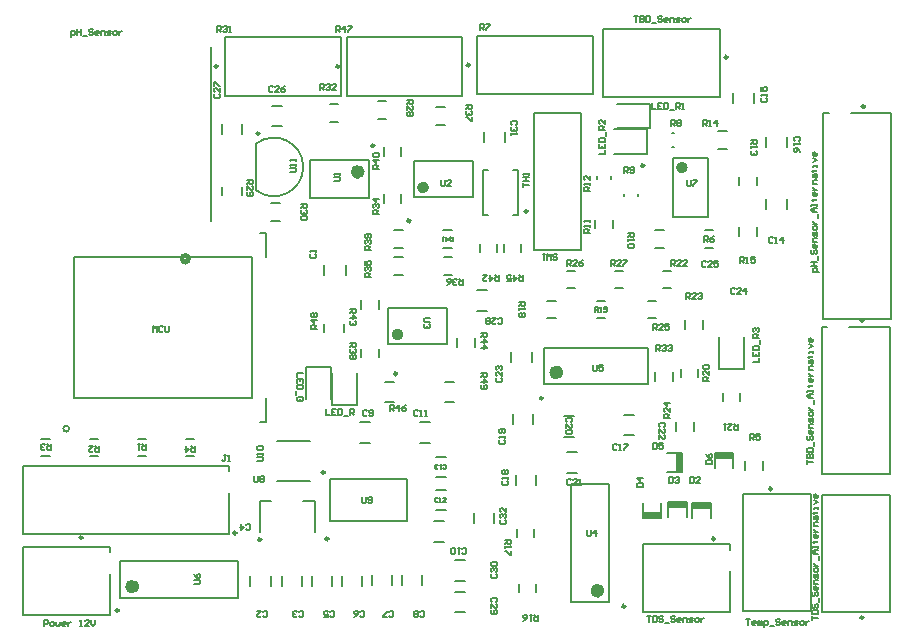
<source format=gto>
G04*
G04 #@! TF.GenerationSoftware,Altium Limited,Altium Designer,23.2.1 (34)*
G04*
G04 Layer_Color=65535*
%FSLAX44Y44*%
%MOMM*%
G71*
G04*
G04 #@! TF.SameCoordinates,68E4E8A6-7446-48DA-AA85-862DCAE7E0FD*
G04*
G04*
G04 #@! TF.FilePolarity,Positive*
G04*
G01*
G75*
%ADD10C,0.2500*%
%ADD11C,0.6000*%
%ADD12C,0.5000*%
%ADD13C,0.1270*%
%ADD14C,0.4000*%
%ADD15C,0.2000*%
%ADD16R,1.5870X0.5080*%
%ADD17R,0.5080X1.5870*%
D10*
X88250Y46140D02*
G03*
X88250Y46140I-1250J0D01*
G01*
X720070Y472930D02*
G03*
X720070Y472930I-1250J0D01*
G01*
X187940Y111760D02*
G03*
X187940Y111760I-1250J0D01*
G01*
X718800Y40130D02*
G03*
X718800Y40130I-1250J0D01*
G01*
Y291720D02*
G03*
X718800Y291720I-1250J0D01*
G01*
X335128Y376479D02*
G03*
X335260Y375920I-1118J-559D01*
G01*
X533190Y422910D02*
G03*
X533190Y422910I-1250J0D01*
G01*
X323830Y246520D02*
G03*
X323830Y246520I-1250J0D01*
G01*
X447410Y225885D02*
G03*
X447410Y225885I-1250J0D01*
G01*
X262751Y162970D02*
G03*
X262751Y162970I-1250J0D01*
G01*
X517180Y49670D02*
G03*
X517180Y49670I-1250J0D01*
G01*
X603740Y514520D02*
G03*
X603740Y514520I-1250J0D01*
G01*
X385440Y508000D02*
G03*
X385440Y508000I-1250J0D01*
G01*
X641330Y149100D02*
G03*
X641330Y149100I-1250J0D01*
G01*
X593070Y106680D02*
G03*
X593070Y106680I-1250J0D01*
G01*
X172080Y506780D02*
G03*
X172080Y506780I-1250J0D01*
G01*
X265970Y106750D02*
G03*
X265970Y106750I-1250J0D01*
G01*
X208890Y106230D02*
G03*
X208890Y106230I-1250J0D01*
G01*
X57750Y107790D02*
G03*
X57750Y107790I-1250J0D01*
G01*
X434490Y383940D02*
G03*
X434490Y383940I-1250J0D01*
G01*
X207460Y449940D02*
G03*
X207460Y449940I-1250J0D01*
G01*
X274950Y506780D02*
G03*
X274950Y506780I-1250J0D01*
G01*
X304640Y439730D02*
G03*
X304640Y439730I-1250J0D01*
G01*
D11*
X102700Y66390D02*
G03*
X102700Y66390I-3000J0D01*
G01*
X461760Y247635D02*
G03*
X461760Y247635I-3000J0D01*
G01*
X496680Y62870D02*
G03*
X496680Y62870I-3000J0D01*
G01*
X293590Y417480D02*
G03*
X293590Y417480I-3000J0D01*
G01*
D12*
X348470Y404230D02*
G03*
X348470Y404230I-2500J0D01*
G01*
X567690Y421110D02*
G03*
X567690Y421110I-2500J0D01*
G01*
X326880Y279770D02*
G03*
X326880Y279770I-2500J0D01*
G01*
D13*
X46315Y200014D02*
G03*
X46315Y200014I-2500J0D01*
G01*
X50870Y225750D02*
Y345750D01*
X200870D01*
Y225750D02*
Y345750D01*
X50870Y225750D02*
X200870D01*
X208270Y205750D02*
X213270D01*
Y225750D01*
X208270Y365750D02*
X213270D01*
Y345750D02*
Y365750D01*
X152401Y68158D02*
X156633D01*
X157479Y69005D01*
Y70697D01*
X156633Y71544D01*
X152401D01*
Y76622D02*
X153247Y74929D01*
X154940Y73236D01*
X156633D01*
X157479Y74083D01*
Y75776D01*
X156633Y76622D01*
X155786D01*
X154940Y75776D01*
Y73236D01*
X681565Y332757D02*
X676487D01*
Y335296D01*
X677334Y336142D01*
X679026D01*
X679873Y335296D01*
Y332757D01*
X674794Y337835D02*
X679873D01*
X677334D01*
Y341220D01*
X674794D01*
X679873D01*
X680719Y342913D02*
Y346299D01*
X675641Y351377D02*
X674794Y350531D01*
Y348838D01*
X675641Y347991D01*
X676487D01*
X677334Y348838D01*
Y350531D01*
X678180Y351377D01*
X679026D01*
X679873Y350531D01*
Y348838D01*
X679026Y347991D01*
X679873Y355609D02*
Y353916D01*
X679026Y353070D01*
X677334D01*
X676487Y353916D01*
Y355609D01*
X677334Y356455D01*
X678180D01*
Y353070D01*
X679873Y358148D02*
X676487D01*
Y360687D01*
X677334Y361534D01*
X679873D01*
Y363227D02*
Y365766D01*
X679026Y366612D01*
X678180Y365766D01*
Y364073D01*
X677334Y363227D01*
X676487Y364073D01*
Y366612D01*
X679873Y369151D02*
Y370844D01*
X679026Y371690D01*
X677334D01*
X676487Y370844D01*
Y369151D01*
X677334Y368305D01*
X679026D01*
X679873Y369151D01*
X676487Y373383D02*
X679873D01*
X678180D01*
X677334Y374230D01*
X676487Y375076D01*
Y375922D01*
X680719Y378462D02*
Y381847D01*
X679873Y383540D02*
X676487D01*
X674794Y385233D01*
X676487Y386926D01*
X679873D01*
X677334D01*
Y383540D01*
X679873Y388618D02*
Y390311D01*
Y389465D01*
X674794D01*
Y388618D01*
X675641Y393697D02*
X676487D01*
Y392850D01*
Y394543D01*
Y393697D01*
X679026D01*
X679873Y394543D01*
Y399621D02*
Y397929D01*
X679026Y397082D01*
X677334D01*
X676487Y397929D01*
Y399621D01*
X677334Y400468D01*
X678180D01*
Y397082D01*
X676487Y402161D02*
X679873D01*
X678180D01*
X677334Y403007D01*
X676487Y403853D01*
Y404700D01*
X679873Y407239D02*
X676487D01*
Y409778D01*
X677334Y410625D01*
X679873D01*
X676487Y413164D02*
Y414856D01*
X677334Y415703D01*
X679873D01*
Y413164D01*
X679026Y412317D01*
X678180Y413164D01*
Y415703D01*
X675641Y418242D02*
X676487D01*
Y417396D01*
Y419088D01*
Y418242D01*
X679026D01*
X679873Y419088D01*
Y421628D02*
Y423320D01*
Y422474D01*
X676487D01*
Y421628D01*
Y425860D02*
X679873Y427552D01*
X676487Y429245D01*
X679873Y433477D02*
Y431784D01*
X679026Y430938D01*
X677334D01*
X676487Y431784D01*
Y433477D01*
X677334Y434324D01*
X678180D01*
Y430938D01*
X179070Y177799D02*
X177377D01*
X178224D01*
Y173567D01*
X177377Y172721D01*
X176531D01*
X175684Y173567D01*
X180763Y172721D02*
X182456D01*
X181609D01*
Y177799D01*
X180763Y176953D01*
X675218Y38117D02*
Y41503D01*
Y39810D01*
X680296D01*
X675218Y43196D02*
X680296D01*
Y45735D01*
X679449Y46581D01*
X676064D01*
X675218Y45735D01*
Y43196D01*
X676064Y51660D02*
X675218Y50813D01*
Y49120D01*
X676064Y48274D01*
X676910D01*
X677757Y49120D01*
Y50813D01*
X678603Y51660D01*
X679449D01*
X680296Y50813D01*
Y49120D01*
X679449Y48274D01*
X681142Y53352D02*
Y56738D01*
X676064Y61816D02*
X675218Y60970D01*
Y59277D01*
X676064Y58431D01*
X676910D01*
X677757Y59277D01*
Y60970D01*
X678603Y61816D01*
X679449D01*
X680296Y60970D01*
Y59277D01*
X679449Y58431D01*
X680296Y66048D02*
Y64355D01*
X679449Y63509D01*
X677757D01*
X676910Y64355D01*
Y66048D01*
X677757Y66895D01*
X678603D01*
Y63509D01*
X680296Y68587D02*
X676910D01*
Y71127D01*
X677757Y71973D01*
X680296D01*
Y73666D02*
Y76205D01*
X679449Y77051D01*
X678603Y76205D01*
Y74512D01*
X677757Y73666D01*
X676910Y74512D01*
Y77051D01*
X680296Y79591D02*
Y81283D01*
X679449Y82130D01*
X677757D01*
X676910Y81283D01*
Y79591D01*
X677757Y78744D01*
X679449D01*
X680296Y79591D01*
X676910Y83822D02*
X680296D01*
X678603D01*
X677757Y84669D01*
X676910Y85515D01*
Y86362D01*
X681142Y88901D02*
Y92286D01*
X680296Y93979D02*
X676910D01*
X675218Y95672D01*
X676910Y97365D01*
X680296D01*
X677757D01*
Y93979D01*
X680296Y99058D02*
Y100750D01*
Y99904D01*
X675218D01*
Y99058D01*
X676064Y104136D02*
X676910D01*
Y103289D01*
Y104982D01*
Y104136D01*
X679449D01*
X680296Y104982D01*
Y110061D02*
Y108368D01*
X679449Y107521D01*
X677757D01*
X676910Y108368D01*
Y110061D01*
X677757Y110907D01*
X678603D01*
Y107521D01*
X676910Y112600D02*
X680296D01*
X678603D01*
X677757Y113446D01*
X676910Y114293D01*
Y115139D01*
X680296Y117678D02*
X676910D01*
Y120217D01*
X677757Y121064D01*
X680296D01*
X676910Y123603D02*
Y125296D01*
X677757Y126142D01*
X680296D01*
Y123603D01*
X679449Y122757D01*
X678603Y123603D01*
Y126142D01*
X676064Y128681D02*
X676910D01*
Y127835D01*
Y129528D01*
Y128681D01*
X679449D01*
X680296Y129528D01*
Y132067D02*
Y133760D01*
Y132913D01*
X676910D01*
Y132067D01*
Y136299D02*
X680296Y137992D01*
X676910Y139684D01*
X680296Y143916D02*
Y142224D01*
X679449Y141377D01*
X677757D01*
X676910Y142224D01*
Y143916D01*
X677757Y144763D01*
X678603D01*
Y141377D01*
X671408Y170197D02*
Y173583D01*
Y171890D01*
X676486D01*
X671408Y175276D02*
X676486D01*
Y177815D01*
X675639Y178661D01*
X674793D01*
X673947Y177815D01*
Y175276D01*
Y177815D01*
X673100Y178661D01*
X672254D01*
X671408Y177815D01*
Y175276D01*
Y180354D02*
X676486D01*
Y182893D01*
X675639Y183740D01*
X672254D01*
X671408Y182893D01*
Y180354D01*
X677332Y185432D02*
Y188818D01*
X672254Y193896D02*
X671408Y193050D01*
Y191357D01*
X672254Y190511D01*
X673100D01*
X673947Y191357D01*
Y193050D01*
X674793Y193896D01*
X675639D01*
X676486Y193050D01*
Y191357D01*
X675639Y190511D01*
X676486Y198128D02*
Y196435D01*
X675639Y195589D01*
X673947D01*
X673100Y196435D01*
Y198128D01*
X673947Y198975D01*
X674793D01*
Y195589D01*
X676486Y200667D02*
X673100D01*
Y203207D01*
X673947Y204053D01*
X676486D01*
Y205746D02*
Y208285D01*
X675639Y209131D01*
X674793Y208285D01*
Y206592D01*
X673947Y205746D01*
X673100Y206592D01*
Y209131D01*
X676486Y211670D02*
Y213363D01*
X675639Y214210D01*
X673947D01*
X673100Y213363D01*
Y211670D01*
X673947Y210824D01*
X675639D01*
X676486Y211670D01*
X673100Y215902D02*
X676486D01*
X674793D01*
X673947Y216749D01*
X673100Y217595D01*
Y218442D01*
X677332Y220981D02*
Y224366D01*
X676486Y226059D02*
X673100D01*
X671408Y227752D01*
X673100Y229445D01*
X676486D01*
X673947D01*
Y226059D01*
X676486Y231138D02*
Y232830D01*
Y231984D01*
X671408D01*
Y231138D01*
X672254Y236216D02*
X673100D01*
Y235369D01*
Y237062D01*
Y236216D01*
X675639D01*
X676486Y237062D01*
Y242141D02*
Y240448D01*
X675639Y239601D01*
X673947D01*
X673100Y240448D01*
Y242141D01*
X673947Y242987D01*
X674793D01*
Y239601D01*
X673100Y244680D02*
X676486D01*
X674793D01*
X673947Y245526D01*
X673100Y246373D01*
Y247219D01*
X676486Y249758D02*
X673100D01*
Y252297D01*
X673947Y253144D01*
X676486D01*
X673100Y255683D02*
Y257376D01*
X673947Y258222D01*
X676486D01*
Y255683D01*
X675639Y254837D01*
X674793Y255683D01*
Y258222D01*
X672254Y260761D02*
X673100D01*
Y259915D01*
Y261608D01*
Y260761D01*
X675639D01*
X676486Y261608D01*
Y264147D02*
Y265840D01*
Y264993D01*
X673100D01*
Y264147D01*
Y268379D02*
X676486Y270072D01*
X673100Y271764D01*
X676486Y275996D02*
Y274303D01*
X675639Y273457D01*
X673947D01*
X673100Y274303D01*
Y275996D01*
X673947Y276843D01*
X674793D01*
Y273457D01*
X494878Y432651D02*
X499956D01*
Y436037D01*
X494878Y441115D02*
Y437730D01*
X499956D01*
Y441115D01*
X497417Y437730D02*
Y439422D01*
X494878Y442808D02*
X499956D01*
Y445347D01*
X499110Y446194D01*
X495724D01*
X494878Y445347D01*
Y442808D01*
X500802Y447886D02*
Y451272D01*
X499956Y452965D02*
X494878D01*
Y455504D01*
X495724Y456350D01*
X497417D01*
X498263Y455504D01*
Y452965D01*
Y454658D02*
X499956Y456350D01*
Y461429D02*
Y458043D01*
X496570Y461429D01*
X495724D01*
X494878Y460582D01*
Y458890D01*
X495724Y458043D01*
X516468Y416561D02*
Y421639D01*
X519007D01*
X519854Y420793D01*
Y419100D01*
X519007Y418254D01*
X516468D01*
X518161D02*
X519854Y416561D01*
X521546Y417407D02*
X522393Y416561D01*
X524086D01*
X524932Y417407D01*
Y420793D01*
X524086Y421639D01*
X522393D01*
X521546Y420793D01*
Y419946D01*
X522393Y419100D01*
X524932D01*
X263741Y216322D02*
Y211244D01*
X267126D01*
X272204Y216322D02*
X268819D01*
Y211244D01*
X272204D01*
X268819Y213783D02*
X270512D01*
X273897Y216322D02*
Y211244D01*
X276436D01*
X277283Y212090D01*
Y215476D01*
X276436Y216322D01*
X273897D01*
X278976Y210398D02*
X282361D01*
X284054Y211244D02*
Y216322D01*
X286593D01*
X287439Y215476D01*
Y213783D01*
X286593Y212937D01*
X284054D01*
X285747D02*
X287439Y211244D01*
X233681Y417408D02*
X237913D01*
X238759Y418255D01*
Y419948D01*
X237913Y420794D01*
X233681D01*
X238759Y422487D02*
Y424180D01*
Y423333D01*
X233681D01*
X234527Y422487D01*
X238759Y426719D02*
Y428412D01*
Y427565D01*
X233681D01*
X234527Y426719D01*
X205741Y172722D02*
X209973D01*
X210819Y173568D01*
Y175261D01*
X209973Y176108D01*
X205741D01*
X210819Y177800D02*
Y179493D01*
Y178647D01*
X205741D01*
X206587Y177800D01*
Y182032D02*
X205741Y182879D01*
Y184572D01*
X206587Y185418D01*
X209973D01*
X210819Y184572D01*
Y182879D01*
X209973Y182032D01*
X206587D01*
X294218Y142239D02*
Y138007D01*
X295065Y137161D01*
X296757D01*
X297604Y138007D01*
Y142239D01*
X299296Y138007D02*
X300143Y137161D01*
X301836D01*
X302682Y138007D01*
Y141393D01*
X301836Y142239D01*
X300143D01*
X299296Y141393D01*
Y140546D01*
X300143Y139700D01*
X302682D01*
X202778Y160019D02*
Y155787D01*
X203624Y154941D01*
X205317D01*
X206164Y155787D01*
Y160019D01*
X207856Y159173D02*
X208703Y160019D01*
X210396D01*
X211242Y159173D01*
Y158326D01*
X210396Y157480D01*
X211242Y156634D01*
Y155787D01*
X210396Y154941D01*
X208703D01*
X207856Y155787D01*
Y156634D01*
X208703Y157480D01*
X207856Y158326D01*
Y159173D01*
X208703Y157480D02*
X210396D01*
X569808Y410209D02*
Y405977D01*
X570654Y405131D01*
X572347D01*
X573194Y405977D01*
Y410209D01*
X574886D02*
X578272D01*
Y409363D01*
X574886Y405977D01*
Y405131D01*
X489798Y254154D02*
Y249922D01*
X490644Y249076D01*
X492337D01*
X493184Y249922D01*
Y254154D01*
X498262D02*
X494876D01*
Y251615D01*
X496569Y252461D01*
X497416D01*
X498262Y251615D01*
Y249922D01*
X497416Y249076D01*
X495723D01*
X494876Y249922D01*
X484718Y114299D02*
Y110067D01*
X485564Y109221D01*
X487257D01*
X488104Y110067D01*
Y114299D01*
X492336Y109221D02*
Y114299D01*
X489796Y111760D01*
X493182D01*
X351789Y293792D02*
X347557D01*
X346711Y292945D01*
Y291253D01*
X347557Y290406D01*
X351789D01*
X350943Y288714D02*
X351789Y287867D01*
Y286174D01*
X350943Y285328D01*
X350096D01*
X349250Y286174D01*
Y287021D01*
Y286174D01*
X348404Y285328D01*
X347557D01*
X346711Y286174D01*
Y287867D01*
X347557Y288714D01*
X361528Y410209D02*
Y405977D01*
X362374Y405131D01*
X364067D01*
X364914Y405977D01*
Y410209D01*
X369992Y405131D02*
X366606D01*
X369992Y408516D01*
Y409363D01*
X369146Y410209D01*
X367453D01*
X366606Y409363D01*
X270511Y409364D02*
X274743D01*
X275589Y410211D01*
Y411904D01*
X274743Y412750D01*
X270511D01*
X275589Y414443D02*
Y416136D01*
Y415289D01*
X270511D01*
X271357Y414443D01*
X430531Y404285D02*
Y407671D01*
Y405978D01*
X435609D01*
X430531Y409364D02*
X435609D01*
X433070D01*
Y412749D01*
X430531D01*
X435609D01*
Y414442D02*
Y416135D01*
Y415288D01*
X430531D01*
X431377Y414442D01*
X455929Y343747D02*
X456776Y342901D01*
X458468D01*
X459315Y343747D01*
Y344594D01*
X458468Y345440D01*
X456776D01*
X455929Y346286D01*
Y347133D01*
X456776Y347979D01*
X458468D01*
X459315Y347133D01*
X454236Y342901D02*
Y347979D01*
X452544Y346286D01*
X450851Y347979D01*
Y342901D01*
X449158Y347979D02*
X447465D01*
X448312D01*
Y342901D01*
X449158Y343747D01*
X394971Y246801D02*
X400049D01*
Y244262D01*
X399203Y243416D01*
X397510D01*
X396664Y244262D01*
Y246801D01*
Y245108D02*
X394971Y243416D01*
Y239184D02*
X400049D01*
X397510Y241723D01*
Y238337D01*
X395817Y236644D02*
X394971Y235798D01*
Y234105D01*
X395817Y233259D01*
X399203D01*
X400049Y234105D01*
Y235798D01*
X399203Y236644D01*
X398356D01*
X397510Y235798D01*
Y233259D01*
X256539Y284059D02*
X251461D01*
Y286598D01*
X252307Y287444D01*
X254000D01*
X254846Y286598D01*
Y284059D01*
Y285752D02*
X256539Y287444D01*
Y291676D02*
X251461D01*
X254000Y289137D01*
Y292523D01*
X252307Y294216D02*
X251461Y295062D01*
Y296755D01*
X252307Y297601D01*
X253154D01*
X254000Y296755D01*
X254846Y297601D01*
X255693D01*
X256539Y296755D01*
Y295062D01*
X255693Y294216D01*
X254846D01*
X254000Y295062D01*
X253154Y294216D01*
X252307D01*
X254000Y295062D02*
Y296755D01*
X272629Y535941D02*
Y541019D01*
X275168D01*
X276014Y540173D01*
Y538480D01*
X275168Y537634D01*
X272629D01*
X274322D02*
X276014Y535941D01*
X280246D02*
Y541019D01*
X277707Y538480D01*
X281093D01*
X282786Y541019D02*
X286171D01*
Y540173D01*
X282786Y536787D01*
Y535941D01*
X318349Y214631D02*
Y219709D01*
X320888D01*
X321734Y218863D01*
Y217170D01*
X320888Y216324D01*
X318349D01*
X320042D02*
X321734Y214631D01*
X325966D02*
Y219709D01*
X323427Y217170D01*
X326813D01*
X331891Y219709D02*
X330198Y218863D01*
X328506Y217170D01*
Y215477D01*
X329352Y214631D01*
X331045D01*
X331891Y215477D01*
Y216324D01*
X331045Y217170D01*
X328506D01*
X430951Y330199D02*
Y325121D01*
X428412D01*
X427566Y325967D01*
Y327660D01*
X428412Y328506D01*
X430951D01*
X429258D02*
X427566Y330199D01*
X423334D02*
Y325121D01*
X425873Y327660D01*
X422487D01*
X417409Y325121D02*
X420794D01*
Y327660D01*
X419102Y326814D01*
X418255D01*
X417409Y327660D01*
Y329353D01*
X418255Y330199D01*
X419948D01*
X420794Y329353D01*
X394971Y281091D02*
X400049D01*
Y278552D01*
X399203Y277706D01*
X397510D01*
X396664Y278552D01*
Y281091D01*
Y279398D02*
X394971Y277706D01*
Y273474D02*
X400049D01*
X397510Y276013D01*
Y272627D01*
X394971Y268395D02*
X400049D01*
X397510Y270934D01*
Y267549D01*
X284481Y301411D02*
X289559D01*
Y298872D01*
X288713Y298026D01*
X287020D01*
X286174Y298872D01*
Y301411D01*
Y299718D02*
X284481Y298026D01*
Y293794D02*
X289559D01*
X287020Y296333D01*
Y292947D01*
X288713Y291254D02*
X289559Y290408D01*
Y288715D01*
X288713Y287869D01*
X287866D01*
X287020Y288715D01*
Y289562D01*
Y288715D01*
X286174Y287869D01*
X285327D01*
X284481Y288715D01*
Y290408D01*
X285327Y291254D01*
X410631Y330199D02*
Y325121D01*
X408092D01*
X407246Y325967D01*
Y327660D01*
X408092Y328506D01*
X410631D01*
X408938D02*
X407246Y330199D01*
X403014D02*
Y325121D01*
X405553Y327660D01*
X402167D01*
X397089Y330199D02*
X400474D01*
X397089Y326814D01*
Y325967D01*
X397935Y325121D01*
X399628D01*
X400474Y325967D01*
X371474Y362584D02*
Y358776D01*
X369569D01*
X368934Y359410D01*
Y360680D01*
X369569Y361315D01*
X371474D01*
X370204D02*
X368934Y362584D01*
X365760D02*
Y358776D01*
X367665Y360680D01*
X365126D01*
X363856Y362584D02*
X362586D01*
X363221D01*
Y358776D01*
X363856Y359410D01*
X308609Y419949D02*
X303531D01*
Y422488D01*
X304377Y423335D01*
X306070D01*
X306916Y422488D01*
Y419949D01*
Y421642D02*
X308609Y423335D01*
Y427566D02*
X303531D01*
X306070Y425027D01*
Y428413D01*
X304377Y430106D02*
X303531Y430952D01*
Y432645D01*
X304377Y433491D01*
X307763D01*
X308609Y432645D01*
Y430952D01*
X307763Y430106D01*
X304377D01*
X302259Y351369D02*
X297181D01*
Y353908D01*
X298027Y354754D01*
X299720D01*
X300566Y353908D01*
Y351369D01*
Y353062D02*
X302259Y354754D01*
X298027Y356447D02*
X297181Y357294D01*
Y358986D01*
X298027Y359833D01*
X298874D01*
X299720Y358986D01*
Y358140D01*
Y358986D01*
X300566Y359833D01*
X301413D01*
X302259Y358986D01*
Y357294D01*
X301413Y356447D01*
Y361526D02*
X302259Y362372D01*
Y364065D01*
X301413Y364911D01*
X298027D01*
X297181Y364065D01*
Y362372D01*
X298027Y361526D01*
X298874D01*
X299720Y362372D01*
Y364911D01*
X284481Y272201D02*
X289559D01*
Y269662D01*
X288713Y268815D01*
X287020D01*
X286174Y269662D01*
Y272201D01*
Y270508D02*
X284481Y268815D01*
X288713Y267123D02*
X289559Y266276D01*
Y264584D01*
X288713Y263737D01*
X287866D01*
X287020Y264584D01*
Y265430D01*
Y264584D01*
X286174Y263737D01*
X285327D01*
X284481Y264584D01*
Y266276D01*
X285327Y267123D01*
X288713Y262044D02*
X289559Y261198D01*
Y259505D01*
X288713Y258659D01*
X287866D01*
X287020Y259505D01*
X286174Y258659D01*
X285327D01*
X284481Y259505D01*
Y261198D01*
X285327Y262044D01*
X286174D01*
X287020Y261198D01*
X287866Y262044D01*
X288713D01*
X287020Y261198D02*
Y259505D01*
X382271Y474131D02*
X387349D01*
Y471592D01*
X386503Y470746D01*
X384810D01*
X383964Y471592D01*
Y474131D01*
Y472438D02*
X382271Y470746D01*
X386503Y469053D02*
X387349Y468206D01*
Y466514D01*
X386503Y465667D01*
X385656D01*
X384810Y466514D01*
Y467360D01*
Y466514D01*
X383964Y465667D01*
X383117D01*
X382271Y466514D01*
Y468206D01*
X383117Y469053D01*
X387349Y463974D02*
Y460589D01*
X386503D01*
X383117Y463974D01*
X382271D01*
X380151Y326389D02*
Y321311D01*
X377612D01*
X376766Y322157D01*
Y323850D01*
X377612Y324696D01*
X380151D01*
X378458D02*
X376766Y326389D01*
X375073Y322157D02*
X374226Y321311D01*
X372534D01*
X371687Y322157D01*
Y323004D01*
X372534Y323850D01*
X373380D01*
X372534D01*
X371687Y324696D01*
Y325543D01*
X372534Y326389D01*
X374226D01*
X375073Y325543D01*
X366609Y321311D02*
X368302Y322157D01*
X369994Y323850D01*
Y325543D01*
X369148Y326389D01*
X367455D01*
X366609Y325543D01*
Y324696D01*
X367455Y323850D01*
X369994D01*
X302259Y328509D02*
X297181D01*
Y331048D01*
X298027Y331894D01*
X299720D01*
X300566Y331048D01*
Y328509D01*
Y330202D02*
X302259Y331894D01*
X298027Y333587D02*
X297181Y334434D01*
Y336126D01*
X298027Y336973D01*
X298874D01*
X299720Y336126D01*
Y335280D01*
Y336126D01*
X300566Y336973D01*
X301413D01*
X302259Y336126D01*
Y334434D01*
X301413Y333587D01*
X297181Y342051D02*
Y338666D01*
X299720D01*
X298874Y340358D01*
Y341205D01*
X299720Y342051D01*
X301413D01*
X302259Y341205D01*
Y339512D01*
X301413Y338666D01*
X308609Y381849D02*
X303531D01*
Y384388D01*
X304377Y385234D01*
X306070D01*
X306916Y384388D01*
Y381849D01*
Y383542D02*
X308609Y385234D01*
X304377Y386927D02*
X303531Y387774D01*
Y389466D01*
X304377Y390313D01*
X305224D01*
X306070Y389466D01*
Y388620D01*
Y389466D01*
X306916Y390313D01*
X307763D01*
X308609Y389466D01*
Y387774D01*
X307763Y386927D01*
X308609Y394545D02*
X303531D01*
X306070Y392006D01*
Y395391D01*
X543139Y265731D02*
Y270809D01*
X545678D01*
X546524Y269963D01*
Y268270D01*
X545678Y267424D01*
X543139D01*
X544832D02*
X546524Y265731D01*
X548217Y269963D02*
X549064Y270809D01*
X550756D01*
X551603Y269963D01*
Y269116D01*
X550756Y268270D01*
X549910D01*
X550756D01*
X551603Y267424D01*
Y266577D01*
X550756Y265731D01*
X549064D01*
X548217Y266577D01*
X553296Y269963D02*
X554142Y270809D01*
X555835D01*
X556681Y269963D01*
Y269116D01*
X555835Y268270D01*
X554988D01*
X555835D01*
X556681Y267424D01*
Y266577D01*
X555835Y265731D01*
X554142D01*
X553296Y266577D01*
X258659Y486641D02*
Y491719D01*
X261198D01*
X262044Y490873D01*
Y489180D01*
X261198Y488334D01*
X258659D01*
X260352D02*
X262044Y486641D01*
X263737Y490873D02*
X264584Y491719D01*
X266276D01*
X267123Y490873D01*
Y490026D01*
X266276Y489180D01*
X265430D01*
X266276D01*
X267123Y488334D01*
Y487487D01*
X266276Y486641D01*
X264584D01*
X263737Y487487D01*
X272201Y486641D02*
X268816D01*
X272201Y490026D01*
Y490873D01*
X271355Y491719D01*
X269662D01*
X268816Y490873D01*
X171875Y535941D02*
Y541019D01*
X174415D01*
X175261Y540173D01*
Y538480D01*
X174415Y537634D01*
X171875D01*
X173568D02*
X175261Y535941D01*
X176954Y540173D02*
X177800Y541019D01*
X179493D01*
X180339Y540173D01*
Y539326D01*
X179493Y538480D01*
X178646D01*
X179493D01*
X180339Y537634D01*
Y536787D01*
X179493Y535941D01*
X177800D01*
X176954Y536787D01*
X182032Y535941D02*
X183725D01*
X182878D01*
Y541019D01*
X182032Y540173D01*
X242571Y390311D02*
X247649D01*
Y387772D01*
X246803Y386926D01*
X245110D01*
X244264Y387772D01*
Y390311D01*
Y388618D02*
X242571Y386926D01*
X246803Y385233D02*
X247649Y384386D01*
Y382694D01*
X246803Y381847D01*
X245956D01*
X245110Y382694D01*
Y383540D01*
Y382694D01*
X244264Y381847D01*
X243417D01*
X242571Y382694D01*
Y384386D01*
X243417Y385233D01*
X246803Y380154D02*
X247649Y379308D01*
Y377615D01*
X246803Y376769D01*
X243417D01*
X242571Y377615D01*
Y379308D01*
X243417Y380154D01*
X246803D01*
X196851Y410631D02*
X201929D01*
Y408092D01*
X201083Y407246D01*
X199390D01*
X198544Y408092D01*
Y410631D01*
Y408938D02*
X196851Y407246D01*
Y402167D02*
Y405553D01*
X200236Y402167D01*
X201083D01*
X201929Y403014D01*
Y404706D01*
X201083Y405553D01*
X197697Y400474D02*
X196851Y399628D01*
Y397935D01*
X197697Y397089D01*
X201083D01*
X201929Y397935D01*
Y399628D01*
X201083Y400474D01*
X200236D01*
X199390Y399628D01*
Y397089D01*
X332741Y477941D02*
X337819D01*
Y475402D01*
X336973Y474556D01*
X335280D01*
X334434Y475402D01*
Y477941D01*
Y476248D02*
X332741Y474556D01*
Y469477D02*
Y472863D01*
X336126Y469477D01*
X336973D01*
X337819Y470324D01*
Y472016D01*
X336973Y472863D01*
Y467784D02*
X337819Y466938D01*
Y465245D01*
X336973Y464399D01*
X336126D01*
X335280Y465245D01*
X334434Y464399D01*
X333587D01*
X332741Y465245D01*
Y466938D01*
X333587Y467784D01*
X334434D01*
X335280Y466938D01*
X336126Y467784D01*
X336973D01*
X335280Y466938D02*
Y465245D01*
X505039Y337821D02*
Y342899D01*
X507578D01*
X508424Y342053D01*
Y340360D01*
X507578Y339514D01*
X505039D01*
X506732D02*
X508424Y337821D01*
X513503D02*
X510117D01*
X513503Y341206D01*
Y342053D01*
X512656Y342899D01*
X510964D01*
X510117Y342053D01*
X515196Y342899D02*
X518581D01*
Y342053D01*
X515196Y338667D01*
Y337821D01*
X468209D02*
Y342899D01*
X470748D01*
X471594Y342053D01*
Y340360D01*
X470748Y339514D01*
X468209D01*
X469902D02*
X471594Y337821D01*
X476673D02*
X473287D01*
X476673Y341206D01*
Y342053D01*
X475826Y342899D01*
X474134D01*
X473287Y342053D01*
X481751Y342899D02*
X480058Y342053D01*
X478366Y340360D01*
Y338667D01*
X479212Y337821D01*
X480905D01*
X481751Y338667D01*
Y339514D01*
X480905Y340360D01*
X478366D01*
X540599Y283211D02*
Y288289D01*
X543138D01*
X543984Y287443D01*
Y285750D01*
X543138Y284904D01*
X540599D01*
X542292D02*
X543984Y283211D01*
X549063D02*
X545677D01*
X549063Y286596D01*
Y287443D01*
X548216Y288289D01*
X546524D01*
X545677Y287443D01*
X554141Y288289D02*
X550756D01*
Y285750D01*
X552448Y286596D01*
X553295D01*
X554141Y285750D01*
Y284057D01*
X553295Y283211D01*
X551602D01*
X550756Y284057D01*
X554989Y209129D02*
X549911D01*
Y211668D01*
X550757Y212514D01*
X552450D01*
X553296Y211668D01*
Y209129D01*
Y210822D02*
X554989Y212514D01*
Y217593D02*
Y214207D01*
X551604Y217593D01*
X550757D01*
X549911Y216746D01*
Y215054D01*
X550757Y214207D01*
X554989Y221825D02*
X549911D01*
X552450Y219286D01*
Y222671D01*
X568539Y309881D02*
Y314959D01*
X571078D01*
X571924Y314113D01*
Y312420D01*
X571078Y311574D01*
X568539D01*
X570232D02*
X571924Y309881D01*
X577003D02*
X573617D01*
X577003Y313266D01*
Y314113D01*
X576156Y314959D01*
X574464D01*
X573617Y314113D01*
X578696D02*
X579542Y314959D01*
X581235D01*
X582081Y314113D01*
Y313266D01*
X581235Y312420D01*
X580388D01*
X581235D01*
X582081Y311574D01*
Y310727D01*
X581235Y309881D01*
X579542D01*
X578696Y310727D01*
X555839Y337821D02*
Y342899D01*
X558378D01*
X559224Y342053D01*
Y340360D01*
X558378Y339514D01*
X555839D01*
X557532D02*
X559224Y337821D01*
X564303D02*
X560917D01*
X564303Y341206D01*
Y342053D01*
X563456Y342899D01*
X561764D01*
X560917Y342053D01*
X569381Y337821D02*
X565996D01*
X569381Y341206D01*
Y342053D01*
X568535Y342899D01*
X566842D01*
X565996Y342053D01*
X612985Y204169D02*
Y199091D01*
X610446D01*
X609599Y199937D01*
Y201630D01*
X610446Y202476D01*
X612985D01*
X611292D02*
X609599Y204169D01*
X604521D02*
X607906D01*
X604521Y200784D01*
Y199937D01*
X605367Y199091D01*
X607060D01*
X607906Y199937D01*
X602828Y204169D02*
X601135D01*
X601982D01*
Y199091D01*
X602828Y199937D01*
X588009Y240579D02*
X582931D01*
Y243118D01*
X583777Y243965D01*
X585470D01*
X586316Y243118D01*
Y240579D01*
Y242272D02*
X588009Y243965D01*
Y249043D02*
Y245657D01*
X584624Y249043D01*
X583777D01*
X582931Y248196D01*
Y246504D01*
X583777Y245657D01*
Y250736D02*
X582931Y251582D01*
Y253275D01*
X583777Y254121D01*
X587163D01*
X588009Y253275D01*
Y251582D01*
X587163Y250736D01*
X583777D01*
X491809Y299086D02*
Y302894D01*
X493713D01*
X494348Y302260D01*
Y300990D01*
X493713Y300355D01*
X491809D01*
X493079D02*
X494348Y299086D01*
X495618D02*
X496887D01*
X496253D01*
Y302894D01*
X495618Y302260D01*
X498792Y299720D02*
X499427Y299086D01*
X500696D01*
X501331Y299720D01*
Y302260D01*
X500696Y302894D01*
X499427D01*
X498792Y302260D01*
Y301625D01*
X499427Y300990D01*
X501331D01*
X427021Y307338D02*
X432099D01*
Y304799D01*
X431253Y303952D01*
X429560D01*
X428714Y304799D01*
Y307338D01*
Y305645D02*
X427021Y303952D01*
Y302260D02*
Y300567D01*
Y301413D01*
X432099D01*
X431253Y302260D01*
Y298028D02*
X432099Y297181D01*
Y295488D01*
X431253Y294642D01*
X430406D01*
X429560Y295488D01*
X428714Y294642D01*
X427867D01*
X427021Y295488D01*
Y297181D01*
X427867Y298028D01*
X428714D01*
X429560Y297181D01*
X430406Y298028D01*
X431253D01*
X429560Y297181D02*
Y295488D01*
X415061Y105408D02*
X420139D01*
Y102869D01*
X419293Y102022D01*
X417600D01*
X416754Y102869D01*
Y105408D01*
Y103715D02*
X415061Y102022D01*
Y100330D02*
Y98637D01*
Y99483D01*
X420139D01*
X419293Y100330D01*
X420139Y96098D02*
Y92712D01*
X419293D01*
X415907Y96098D01*
X415061D01*
X443228Y42209D02*
Y37131D01*
X440689D01*
X439842Y37977D01*
Y39670D01*
X440689Y40516D01*
X443228D01*
X441535D02*
X439842Y42209D01*
X438149D02*
X436457D01*
X437303D01*
Y37131D01*
X438149Y37977D01*
X430532Y37131D02*
X432225Y37977D01*
X433918Y39670D01*
Y41363D01*
X433071Y42209D01*
X431378D01*
X430532Y41363D01*
Y40516D01*
X431378Y39670D01*
X433918D01*
X614682Y340361D02*
Y345439D01*
X617221D01*
X618068Y344593D01*
Y342900D01*
X617221Y342054D01*
X614682D01*
X616375D02*
X618068Y340361D01*
X619760D02*
X621453D01*
X620607D01*
Y345439D01*
X619760Y344593D01*
X627378Y345439D02*
X623992D01*
Y342900D01*
X625685Y343746D01*
X626532D01*
X627378Y342900D01*
Y341207D01*
X626532Y340361D01*
X624839D01*
X623992Y341207D01*
X582932Y455931D02*
Y461009D01*
X585471D01*
X586318Y460163D01*
Y458470D01*
X585471Y457624D01*
X582932D01*
X584625D02*
X586318Y455931D01*
X588010D02*
X589703D01*
X588857D01*
Y461009D01*
X588010Y460163D01*
X594782Y455931D02*
Y461009D01*
X592242Y458470D01*
X595628D01*
X623571Y444498D02*
X628649D01*
Y441959D01*
X627803Y441112D01*
X626110D01*
X625264Y441959D01*
Y444498D01*
Y442805D02*
X623571Y441112D01*
Y439420D02*
Y437727D01*
Y438573D01*
X628649D01*
X627803Y439420D01*
Y435188D02*
X628649Y434341D01*
Y432648D01*
X627803Y431802D01*
X626956D01*
X626110Y432648D01*
Y433495D01*
Y432648D01*
X625264Y431802D01*
X624417D01*
X623571Y432648D01*
Y434341D01*
X624417Y435188D01*
X487679Y401322D02*
X482601D01*
Y403861D01*
X483447Y404708D01*
X485140D01*
X485986Y403861D01*
Y401322D01*
Y403015D02*
X487679Y404708D01*
Y406400D02*
Y408093D01*
Y407247D01*
X482601D01*
X483447Y406400D01*
X487679Y414018D02*
Y410632D01*
X484294Y414018D01*
X483447D01*
X482601Y413172D01*
Y411479D01*
X483447Y410632D01*
X487679Y365339D02*
X482601D01*
Y367878D01*
X483447Y368724D01*
X485140D01*
X485986Y367878D01*
Y365339D01*
Y367031D02*
X487679Y368724D01*
Y370417D02*
Y372110D01*
Y371263D01*
X482601D01*
X483447Y370417D01*
X487679Y374649D02*
Y376342D01*
Y375495D01*
X482601D01*
X483447Y374649D01*
X519431Y365758D02*
X524509D01*
Y363219D01*
X523663Y362372D01*
X521970D01*
X521124Y363219D01*
Y365758D01*
Y364065D02*
X519431Y362372D01*
Y360680D02*
Y358987D01*
Y359833D01*
X524509D01*
X523663Y360680D01*
Y356448D02*
X524509Y355601D01*
Y353908D01*
X523663Y353062D01*
X520277D01*
X519431Y353908D01*
Y355601D01*
X520277Y356448D01*
X523663D01*
X555838Y455931D02*
Y461009D01*
X558377D01*
X559224Y460163D01*
Y458470D01*
X558377Y457624D01*
X555838D01*
X557531D02*
X559224Y455931D01*
X560916Y460163D02*
X561763Y461009D01*
X563456D01*
X564302Y460163D01*
Y459316D01*
X563456Y458470D01*
X564302Y457624D01*
Y456777D01*
X563456Y455931D01*
X561763D01*
X560916Y456777D01*
Y457624D01*
X561763Y458470D01*
X560916Y459316D01*
Y460163D01*
X561763Y458470D02*
X563456D01*
X394548Y537211D02*
Y542289D01*
X397087D01*
X397934Y541443D01*
Y539750D01*
X397087Y538904D01*
X394548D01*
X396241D02*
X397934Y537211D01*
X399626Y542289D02*
X403012D01*
Y541443D01*
X399626Y538057D01*
Y537211D01*
X583778Y358141D02*
Y363219D01*
X586317D01*
X587164Y362373D01*
Y360680D01*
X586317Y359834D01*
X583778D01*
X585471D02*
X587164Y358141D01*
X592242Y363219D02*
X590549Y362373D01*
X588856Y360680D01*
Y358987D01*
X589703Y358141D01*
X591396D01*
X592242Y358987D01*
Y359834D01*
X591396Y360680D01*
X588856D01*
X623148Y190501D02*
Y195579D01*
X625687D01*
X626534Y194733D01*
Y193040D01*
X625687Y192194D01*
X623148D01*
X624841D02*
X626534Y190501D01*
X631612Y195579D02*
X628226D01*
Y193040D01*
X629919Y193886D01*
X630766D01*
X631612Y193040D01*
Y191347D01*
X630766Y190501D01*
X629073D01*
X628226Y191347D01*
X152822Y185419D02*
Y180341D01*
X150283D01*
X149436Y181187D01*
Y182880D01*
X150283Y183726D01*
X152822D01*
X151129D02*
X149436Y185419D01*
X145204D02*
Y180341D01*
X147744Y182880D01*
X144358D01*
X30902Y186689D02*
Y181611D01*
X28363D01*
X27516Y182457D01*
Y184150D01*
X28363Y184996D01*
X30902D01*
X29209D02*
X27516Y186689D01*
X25824Y182457D02*
X24977Y181611D01*
X23284D01*
X22438Y182457D01*
Y183304D01*
X23284Y184150D01*
X24131D01*
X23284D01*
X22438Y184996D01*
Y185843D01*
X23284Y186689D01*
X24977D01*
X25824Y185843D01*
X71542Y185419D02*
Y180341D01*
X69003D01*
X68156Y181187D01*
Y182880D01*
X69003Y183726D01*
X71542D01*
X69849D02*
X68156Y185419D01*
X63078D02*
X66464D01*
X63078Y182034D01*
Y181187D01*
X63924Y180341D01*
X65617D01*
X66464Y181187D01*
X111336Y186689D02*
Y181611D01*
X108796D01*
X107950Y182457D01*
Y184150D01*
X108796Y184996D01*
X111336D01*
X109643D02*
X107950Y186689D01*
X106257D02*
X104564D01*
X105411D01*
Y181611D01*
X106257Y182457D01*
X117689Y281941D02*
Y287019D01*
X119382Y285326D01*
X121074Y287019D01*
Y281941D01*
X126153Y286173D02*
X125306Y287019D01*
X123614D01*
X122767Y286173D01*
Y282787D01*
X123614Y281941D01*
X125306D01*
X126153Y282787D01*
X127846Y287019D02*
Y282787D01*
X128692Y281941D01*
X130385D01*
X131231Y282787D01*
Y287019D01*
X625688Y256121D02*
X630766D01*
Y259507D01*
X625688Y264585D02*
Y261200D01*
X630766D01*
Y264585D01*
X628227Y261200D02*
Y262892D01*
X625688Y266278D02*
X630766D01*
Y268817D01*
X629920Y269664D01*
X626534D01*
X625688Y268817D01*
Y266278D01*
X631612Y271356D02*
Y274742D01*
X630766Y276435D02*
X625688D01*
Y278974D01*
X626534Y279820D01*
X628227D01*
X629073Y278974D01*
Y276435D01*
Y278127D02*
X630766Y279820D01*
X626534Y281513D02*
X625688Y282360D01*
Y284052D01*
X626534Y284899D01*
X627380D01*
X628227Y284052D01*
Y283206D01*
Y284052D01*
X629073Y284899D01*
X629920D01*
X630766Y284052D01*
Y282360D01*
X629920Y281513D01*
X540178Y475402D02*
Y470324D01*
X543563D01*
X548642Y475402D02*
X545256D01*
Y470324D01*
X548642D01*
X545256Y472863D02*
X546949D01*
X550334Y475402D02*
Y470324D01*
X552874D01*
X553720Y471170D01*
Y474556D01*
X552874Y475402D01*
X550334D01*
X555413Y469478D02*
X558798D01*
X560491Y470324D02*
Y475402D01*
X563030D01*
X563877Y474556D01*
Y472863D01*
X563030Y472017D01*
X560491D01*
X562184D02*
X563877Y470324D01*
X565569D02*
X567262D01*
X566416D01*
Y475402D01*
X565569Y474556D01*
X244262Y246800D02*
X239184D01*
Y243414D01*
X244262Y238336D02*
Y241721D01*
X239184D01*
Y238336D01*
X241723Y241721D02*
Y240028D01*
X244262Y236643D02*
X239184D01*
Y234104D01*
X240030Y233257D01*
X243416D01*
X244262Y234104D01*
Y236643D01*
X238338Y231564D02*
Y228179D01*
X243416Y223100D02*
X244262Y223947D01*
Y225640D01*
X243416Y226486D01*
X240030D01*
X239184Y225640D01*
Y223947D01*
X240030Y223100D01*
X241723D01*
Y224793D01*
X535948Y41062D02*
X539333D01*
X537641D01*
Y35984D01*
X541026Y41062D02*
Y35984D01*
X543565D01*
X544412Y36830D01*
Y40216D01*
X543565Y41062D01*
X541026D01*
X549490Y40216D02*
X548644Y41062D01*
X546951D01*
X546105Y40216D01*
Y39370D01*
X546951Y38523D01*
X548644D01*
X549490Y37677D01*
Y36830D01*
X548644Y35984D01*
X546951D01*
X546105Y36830D01*
X551183Y35138D02*
X554568D01*
X559647Y40216D02*
X558800Y41062D01*
X557108D01*
X556261Y40216D01*
Y39370D01*
X557108Y38523D01*
X558800D01*
X559647Y37677D01*
Y36830D01*
X558800Y35984D01*
X557108D01*
X556261Y36830D01*
X563879Y35984D02*
X562186D01*
X561340Y36830D01*
Y38523D01*
X562186Y39370D01*
X563879D01*
X564725Y38523D01*
Y37677D01*
X561340D01*
X566418Y35984D02*
Y39370D01*
X568957D01*
X569804Y38523D01*
Y35984D01*
X571496D02*
X574035D01*
X574882Y36830D01*
X574035Y37677D01*
X572343D01*
X571496Y38523D01*
X572343Y39370D01*
X574882D01*
X577421Y35984D02*
X579114D01*
X579960Y36830D01*
Y38523D01*
X579114Y39370D01*
X577421D01*
X576575Y38523D01*
Y36830D01*
X577421Y35984D01*
X581653Y39370D02*
Y35984D01*
Y37677D01*
X582499Y38523D01*
X583346Y39370D01*
X584192D01*
X524518Y549232D02*
X527903D01*
X526211D01*
Y544154D01*
X529596Y549232D02*
Y544154D01*
X532135D01*
X532982Y545000D01*
Y545847D01*
X532135Y546693D01*
X529596D01*
X532135D01*
X532982Y547540D01*
Y548386D01*
X532135Y549232D01*
X529596D01*
X534674D02*
Y544154D01*
X537214D01*
X538060Y545000D01*
Y548386D01*
X537214Y549232D01*
X534674D01*
X539753Y543308D02*
X543139D01*
X548217Y548386D02*
X547370Y549232D01*
X545678D01*
X544831Y548386D01*
Y547540D01*
X545678Y546693D01*
X547370D01*
X548217Y545847D01*
Y545000D01*
X547370Y544154D01*
X545678D01*
X544831Y545000D01*
X552449Y544154D02*
X550756D01*
X549910Y545000D01*
Y546693D01*
X550756Y547540D01*
X552449D01*
X553295Y546693D01*
Y545847D01*
X549910D01*
X554988Y544154D02*
Y547540D01*
X557527D01*
X558373Y546693D01*
Y544154D01*
X560066D02*
X562606D01*
X563452Y545000D01*
X562606Y545847D01*
X560913D01*
X560066Y546693D01*
X560913Y547540D01*
X563452D01*
X565991Y544154D02*
X567684D01*
X568530Y545000D01*
Y546693D01*
X567684Y547540D01*
X565991D01*
X565145Y546693D01*
Y545000D01*
X565991Y544154D01*
X570223Y547540D02*
Y544154D01*
Y545847D01*
X571069Y546693D01*
X571916Y547540D01*
X572762D01*
X619769Y38946D02*
X623154D01*
X621461D01*
Y33867D01*
X627386D02*
X625693D01*
X624847Y34714D01*
Y36406D01*
X625693Y37253D01*
X627386D01*
X628233Y36406D01*
Y35560D01*
X624847D01*
X629925Y33867D02*
Y37253D01*
X630772D01*
X631618Y36406D01*
Y33867D01*
Y36406D01*
X632464Y37253D01*
X633311Y36406D01*
Y33867D01*
X635004Y32174D02*
Y37253D01*
X637543D01*
X638389Y36406D01*
Y34714D01*
X637543Y33867D01*
X635004D01*
X640082Y33021D02*
X643468D01*
X648546Y38099D02*
X647700Y38946D01*
X646007D01*
X645160Y38099D01*
Y37253D01*
X646007Y36406D01*
X647700D01*
X648546Y35560D01*
Y34714D01*
X647700Y33867D01*
X646007D01*
X645160Y34714D01*
X652778Y33867D02*
X651085D01*
X650239Y34714D01*
Y36406D01*
X651085Y37253D01*
X652778D01*
X653624Y36406D01*
Y35560D01*
X650239D01*
X655317Y33867D02*
Y37253D01*
X657856D01*
X658703Y36406D01*
Y33867D01*
X660396D02*
X662935D01*
X663781Y34714D01*
X662935Y35560D01*
X661242D01*
X660396Y36406D01*
X661242Y37253D01*
X663781D01*
X666320Y33867D02*
X668013D01*
X668859Y34714D01*
Y36406D01*
X668013Y37253D01*
X666320D01*
X665474Y36406D01*
Y34714D01*
X666320Y33867D01*
X670552Y37253D02*
Y33867D01*
Y35560D01*
X671399Y36406D01*
X672245Y37253D01*
X673091D01*
X25407Y33021D02*
Y38099D01*
X27946D01*
X28793Y37253D01*
Y35560D01*
X27946Y34714D01*
X25407D01*
X31332Y33021D02*
X33024D01*
X33871Y33867D01*
Y35560D01*
X33024Y36406D01*
X31332D01*
X30485Y35560D01*
Y33867D01*
X31332Y33021D01*
X35564Y36406D02*
Y33867D01*
X36410Y33021D01*
X37257Y33867D01*
X38103Y33021D01*
X38949Y33867D01*
Y36406D01*
X43181Y33021D02*
X41488D01*
X40642Y33867D01*
Y35560D01*
X41488Y36406D01*
X43181D01*
X44028Y35560D01*
Y34714D01*
X40642D01*
X45720Y36406D02*
Y33021D01*
Y34714D01*
X46567Y35560D01*
X47413Y36406D01*
X48260D01*
X55877Y33021D02*
X57570D01*
X56723D01*
Y38099D01*
X55877Y37253D01*
X63495Y33021D02*
X60109D01*
X63495Y36406D01*
Y37253D01*
X62648Y38099D01*
X60956D01*
X60109Y37253D01*
X65187Y38099D02*
Y34714D01*
X66880Y33021D01*
X68573Y34714D01*
Y38099D01*
X48267Y531284D02*
Y536363D01*
X50806D01*
X51653Y535516D01*
Y533824D01*
X50806Y532977D01*
X48267D01*
X53345Y538056D02*
Y532977D01*
Y535516D01*
X56731D01*
Y538056D01*
Y532977D01*
X58424Y532131D02*
X61809D01*
X66888Y537209D02*
X66041Y538056D01*
X64349D01*
X63502Y537209D01*
Y536363D01*
X64349Y535516D01*
X66041D01*
X66888Y534670D01*
Y533824D01*
X66041Y532977D01*
X64349D01*
X63502Y533824D01*
X71120Y532977D02*
X69427D01*
X68580Y533824D01*
Y535516D01*
X69427Y536363D01*
X71120D01*
X71966Y535516D01*
Y534670D01*
X68580D01*
X73659Y532977D02*
Y536363D01*
X76198D01*
X77044Y535516D01*
Y532977D01*
X78737D02*
X81276D01*
X82123Y533824D01*
X81276Y534670D01*
X79584D01*
X78737Y535516D01*
X79584Y536363D01*
X82123D01*
X84662Y532977D02*
X86355D01*
X87201Y533824D01*
Y535516D01*
X86355Y536363D01*
X84662D01*
X83815Y535516D01*
Y533824D01*
X84662Y532977D01*
X88894Y536363D02*
Y532977D01*
Y534670D01*
X89740Y535516D01*
X90587Y536363D01*
X91433D01*
X585721Y169758D02*
X590799D01*
Y172297D01*
X589953Y173144D01*
X586567D01*
X585721Y172297D01*
Y169758D01*
Y178222D02*
X586567Y176529D01*
X588260Y174836D01*
X589953D01*
X590799Y175683D01*
Y177376D01*
X589953Y178222D01*
X589106D01*
X588260Y177376D01*
Y174836D01*
X540598Y187959D02*
Y182881D01*
X543137D01*
X543984Y183727D01*
Y187113D01*
X543137Y187959D01*
X540598D01*
X549062D02*
X545676D01*
Y185420D01*
X547369Y186266D01*
X548216D01*
X549062Y185420D01*
Y183727D01*
X548216Y182881D01*
X546523D01*
X545676Y183727D01*
X527051Y150708D02*
X532129D01*
Y153247D01*
X531283Y154094D01*
X527897D01*
X527051Y153247D01*
Y150708D01*
X532129Y158326D02*
X527051D01*
X529590Y155786D01*
Y159172D01*
X554568Y158749D02*
Y153671D01*
X557107D01*
X557954Y154517D01*
Y157903D01*
X557107Y158749D01*
X554568D01*
X559646Y157903D02*
X560493Y158749D01*
X562186D01*
X563032Y157903D01*
Y157056D01*
X562186Y156210D01*
X561339D01*
X562186D01*
X563032Y155364D01*
Y154517D01*
X562186Y153671D01*
X560493D01*
X559646Y154517D01*
X572348Y158749D02*
Y153671D01*
X574887D01*
X575734Y154517D01*
Y157903D01*
X574887Y158749D01*
X572348D01*
X580812Y153671D02*
X577426D01*
X580812Y157056D01*
Y157903D01*
X579966Y158749D01*
X578273D01*
X577426Y157903D01*
X412327Y122344D02*
X411481Y121498D01*
Y119805D01*
X412327Y118959D01*
X415713D01*
X416559Y119805D01*
Y121498D01*
X415713Y122344D01*
X412327Y124037D02*
X411481Y124884D01*
Y126576D01*
X412327Y127423D01*
X413174D01*
X414020Y126576D01*
Y125730D01*
Y126576D01*
X414866Y127423D01*
X415713D01*
X416559Y126576D01*
Y124884D01*
X415713Y124037D01*
X416559Y132501D02*
Y129116D01*
X413174Y132501D01*
X412327D01*
X411481Y131655D01*
Y129962D01*
X412327Y129116D01*
X424603Y457199D02*
X425449Y458046D01*
Y459738D01*
X424603Y460585D01*
X421217D01*
X420371Y459738D01*
Y458046D01*
X421217Y457199D01*
X424603Y455506D02*
X425449Y454660D01*
Y452967D01*
X424603Y452121D01*
X423756D01*
X422910Y452967D01*
Y453814D01*
Y452967D01*
X422064Y452121D01*
X421217D01*
X420371Y452967D01*
Y454660D01*
X421217Y455506D01*
X420371Y450428D02*
Y448735D01*
Y449582D01*
X425449D01*
X424603Y450428D01*
X404707Y76624D02*
X403861Y75778D01*
Y74085D01*
X404707Y73239D01*
X408093D01*
X408939Y74085D01*
Y75778D01*
X408093Y76624D01*
X404707Y78317D02*
X403861Y79164D01*
Y80856D01*
X404707Y81703D01*
X405554D01*
X406400Y80856D01*
Y80010D01*
Y80856D01*
X407246Y81703D01*
X408093D01*
X408939Y80856D01*
Y79164D01*
X408093Y78317D01*
X404707Y83396D02*
X403861Y84242D01*
Y85935D01*
X404707Y86781D01*
X408093D01*
X408939Y85935D01*
Y84242D01*
X408093Y83396D01*
X404707D01*
X408093Y52916D02*
X408939Y53762D01*
Y55455D01*
X408093Y56301D01*
X404707D01*
X403861Y55455D01*
Y53762D01*
X404707Y52916D01*
X403861Y47837D02*
Y51223D01*
X407246Y47837D01*
X408093D01*
X408939Y48684D01*
Y50376D01*
X408093Y51223D01*
X404707Y46144D02*
X403861Y45298D01*
Y43605D01*
X404707Y42759D01*
X408093D01*
X408939Y43605D01*
Y45298D01*
X408093Y46144D01*
X407246D01*
X406400Y45298D01*
Y42759D01*
X409786Y289137D02*
X410632Y288291D01*
X412325D01*
X413171Y289137D01*
Y292523D01*
X412325Y293369D01*
X410632D01*
X409786Y292523D01*
X404707Y293369D02*
X408093D01*
X404707Y289984D01*
Y289137D01*
X405554Y288291D01*
X407246D01*
X408093Y289137D01*
X403014D02*
X402168Y288291D01*
X400475D01*
X399629Y289137D01*
Y289984D01*
X400475Y290830D01*
X399629Y291676D01*
Y292523D01*
X400475Y293369D01*
X402168D01*
X403014Y292523D01*
Y291676D01*
X402168Y290830D01*
X403014Y289984D01*
Y289137D01*
X402168Y290830D02*
X400475D01*
X169757Y483024D02*
X168911Y482178D01*
Y480485D01*
X169757Y479639D01*
X173143D01*
X173989Y480485D01*
Y482178D01*
X173143Y483024D01*
X173989Y488103D02*
Y484717D01*
X170604Y488103D01*
X169757D01*
X168911Y487256D01*
Y485564D01*
X169757Y484717D01*
X168911Y489796D02*
Y493181D01*
X169757D01*
X173143Y489796D01*
X173989D01*
X218864Y489373D02*
X218018Y490219D01*
X216325D01*
X215479Y489373D01*
Y485987D01*
X216325Y485141D01*
X218018D01*
X218864Y485987D01*
X223943Y485141D02*
X220557D01*
X223943Y488526D01*
Y489373D01*
X223096Y490219D01*
X221404D01*
X220557Y489373D01*
X229021Y490219D02*
X227328Y489373D01*
X225636Y487680D01*
Y485987D01*
X226482Y485141D01*
X228175D01*
X229021Y485987D01*
Y486834D01*
X228175Y487680D01*
X225636D01*
X585894Y340783D02*
X585048Y341629D01*
X583355D01*
X582509Y340783D01*
Y337397D01*
X583355Y336551D01*
X585048D01*
X585894Y337397D01*
X590973Y336551D02*
X587587D01*
X590973Y339936D01*
Y340783D01*
X590126Y341629D01*
X588434D01*
X587587Y340783D01*
X596051Y341629D02*
X592666D01*
Y339090D01*
X594358Y339936D01*
X595205D01*
X596051Y339090D01*
Y337397D01*
X595205Y336551D01*
X593512D01*
X592666Y337397D01*
X610024Y317923D02*
X609178Y318769D01*
X607485D01*
X606639Y317923D01*
Y314537D01*
X607485Y313691D01*
X609178D01*
X610024Y314537D01*
X615103Y313691D02*
X611717D01*
X615103Y317076D01*
Y317923D01*
X614256Y318769D01*
X612564D01*
X611717Y317923D01*
X619335Y313691D02*
Y318769D01*
X616796Y316230D01*
X620181D01*
X408517Y242994D02*
X407671Y242148D01*
Y240455D01*
X408517Y239609D01*
X411903D01*
X412749Y240455D01*
Y242148D01*
X411903Y242994D01*
X412749Y248073D02*
Y244687D01*
X409364Y248073D01*
X408517D01*
X407671Y247226D01*
Y245534D01*
X408517Y244687D01*
Y249766D02*
X407671Y250612D01*
Y252305D01*
X408517Y253151D01*
X409364D01*
X410210Y252305D01*
Y251458D01*
Y252305D01*
X411056Y253151D01*
X411903D01*
X412749Y252305D01*
Y250612D01*
X411903Y249766D01*
X550333Y201506D02*
X551179Y202352D01*
Y204045D01*
X550333Y204891D01*
X546947D01*
X546101Y204045D01*
Y202352D01*
X546947Y201506D01*
X546101Y196427D02*
Y199813D01*
X549486Y196427D01*
X550333D01*
X551179Y197274D01*
Y198966D01*
X550333Y199813D01*
X546101Y191349D02*
Y194734D01*
X549486Y191349D01*
X550333D01*
X551179Y192195D01*
Y193888D01*
X550333Y194734D01*
X471171Y156633D02*
X470325Y157479D01*
X468632D01*
X467785Y156633D01*
Y153247D01*
X468632Y152401D01*
X470325D01*
X471171Y153247D01*
X476249Y152401D02*
X472864D01*
X476249Y155786D01*
Y156633D01*
X475403Y157479D01*
X473710D01*
X472864Y156633D01*
X477942Y152401D02*
X479635D01*
X478788D01*
Y157479D01*
X477942Y156633D01*
X471593Y205316D02*
X472439Y206162D01*
Y207855D01*
X471593Y208701D01*
X468207D01*
X467361Y207855D01*
Y206162D01*
X468207Y205316D01*
X467361Y200237D02*
Y203623D01*
X470746Y200237D01*
X471593D01*
X472439Y201084D01*
Y202776D01*
X471593Y203623D01*
Y198544D02*
X472439Y197698D01*
Y196005D01*
X471593Y195159D01*
X468207D01*
X467361Y196005D01*
Y197698D01*
X468207Y198544D01*
X471593D01*
X411057Y190078D02*
X410211Y189231D01*
Y187539D01*
X411057Y186692D01*
X414443D01*
X415289Y187539D01*
Y189231D01*
X414443Y190078D01*
X415289Y191770D02*
Y193463D01*
Y192617D01*
X410211D01*
X411057Y191770D01*
X414443Y196002D02*
X415289Y196849D01*
Y198542D01*
X414443Y199388D01*
X411057D01*
X410211Y198542D01*
Y196849D01*
X411057Y196002D01*
X411904D01*
X412750Y196849D01*
Y199388D01*
X413597Y155994D02*
X412751Y155148D01*
Y153455D01*
X413597Y152608D01*
X416983D01*
X417829Y153455D01*
Y155148D01*
X416983Y155994D01*
X417829Y157687D02*
Y159380D01*
Y158533D01*
X412751D01*
X413597Y157687D01*
Y161919D02*
X412751Y162765D01*
Y164458D01*
X413597Y165304D01*
X414444D01*
X415290Y164458D01*
X416136Y165304D01*
X416983D01*
X417829Y164458D01*
Y162765D01*
X416983Y161919D01*
X416136D01*
X415290Y162765D01*
X414444Y161919D01*
X413597D01*
X415290Y162765D02*
Y164458D01*
X510118Y185843D02*
X509271Y186689D01*
X507579D01*
X506732Y185843D01*
Y182457D01*
X507579Y181611D01*
X509271D01*
X510118Y182457D01*
X511810Y181611D02*
X513503D01*
X512657D01*
Y186689D01*
X511810Y185843D01*
X516042Y186689D02*
X519428D01*
Y185843D01*
X516042Y182457D01*
Y181611D01*
X664633Y443652D02*
X665479Y444499D01*
Y446191D01*
X664633Y447038D01*
X661247D01*
X660401Y446191D01*
Y444499D01*
X661247Y443652D01*
X660401Y441960D02*
Y440267D01*
Y441113D01*
X665479D01*
X664633Y441960D01*
X665479Y434342D02*
X664633Y436035D01*
X662940Y437728D01*
X661247D01*
X660401Y436881D01*
Y435188D01*
X661247Y434342D01*
X662094D01*
X662940Y435188D01*
Y437728D01*
X633307Y479638D02*
X632461Y478791D01*
Y477099D01*
X633307Y476252D01*
X636693D01*
X637539Y477099D01*
Y478791D01*
X636693Y479638D01*
X637539Y481330D02*
Y483023D01*
Y482177D01*
X632461D01*
X633307Y481330D01*
X632461Y488948D02*
Y485562D01*
X635000D01*
X634154Y487255D01*
Y488102D01*
X635000Y488948D01*
X636693D01*
X637539Y488102D01*
Y486409D01*
X636693Y485562D01*
X642198Y361103D02*
X641351Y361949D01*
X639659D01*
X638812Y361103D01*
Y357717D01*
X639659Y356871D01*
X641351D01*
X642198Y357717D01*
X643890Y356871D02*
X645583D01*
X644737D01*
Y361949D01*
X643890Y361103D01*
X650662Y356871D02*
Y361949D01*
X648122Y359410D01*
X651508D01*
X362902Y166370D02*
X363537Y165736D01*
X364806D01*
X365441Y166370D01*
Y168910D01*
X364806Y169544D01*
X363537D01*
X362902Y168910D01*
X361632Y169544D02*
X360363D01*
X360997D01*
Y165736D01*
X361632Y166370D01*
X358458D02*
X357823Y165736D01*
X356554D01*
X355919Y166370D01*
Y167005D01*
X356554Y167640D01*
X357189D01*
X356554D01*
X355919Y168275D01*
Y168910D01*
X356554Y169544D01*
X357823D01*
X358458Y168910D01*
Y140970D02*
X357823Y141604D01*
X356554D01*
X355919Y140970D01*
Y138430D01*
X356554Y137796D01*
X357823D01*
X358458Y138430D01*
X359728Y137796D02*
X360997D01*
X360363D01*
Y141604D01*
X359728Y140970D01*
X365441Y137796D02*
X362902D01*
X365441Y140335D01*
Y140970D01*
X364806Y141604D01*
X363537D01*
X362902Y140970D01*
X342054Y215053D02*
X341208Y215899D01*
X339515D01*
X338669Y215053D01*
Y211667D01*
X339515Y210821D01*
X341208D01*
X342054Y211667D01*
X343747Y210821D02*
X345440D01*
X344593D01*
Y215899D01*
X343747Y215053D01*
X347979Y210821D02*
X349672D01*
X348825D01*
Y215899D01*
X347979Y215053D01*
X378882Y94827D02*
X379729Y93981D01*
X381422D01*
X382268Y94827D01*
Y98213D01*
X381422Y99059D01*
X379729D01*
X378882Y98213D01*
X377189Y99059D02*
X375497D01*
X376343D01*
Y93981D01*
X377189Y94827D01*
X372958D02*
X372111Y93981D01*
X370418D01*
X369572Y94827D01*
Y98213D01*
X370418Y99059D01*
X372111D01*
X372958Y98213D01*
Y94827D01*
X298874Y215053D02*
X298027Y215899D01*
X296334D01*
X295488Y215053D01*
Y211667D01*
X296334Y210821D01*
X298027D01*
X298874Y211667D01*
X300566D02*
X301413Y210821D01*
X303106D01*
X303952Y211667D01*
Y215053D01*
X303106Y215899D01*
X301413D01*
X300566Y215053D01*
Y214206D01*
X301413Y213360D01*
X303952D01*
X343746Y41487D02*
X344593Y40641D01*
X346286D01*
X347132Y41487D01*
Y44873D01*
X346286Y45719D01*
X344593D01*
X343746Y44873D01*
X342054Y41487D02*
X341207Y40641D01*
X339514D01*
X338668Y41487D01*
Y42334D01*
X339514Y43180D01*
X338668Y44026D01*
Y44873D01*
X339514Y45719D01*
X341207D01*
X342054Y44873D01*
Y44026D01*
X341207Y43180D01*
X342054Y42334D01*
Y41487D01*
X341207Y43180D02*
X339514D01*
X317076Y41487D02*
X317923Y40641D01*
X319615D01*
X320462Y41487D01*
Y44873D01*
X319615Y45719D01*
X317923D01*
X317076Y44873D01*
X315384Y40641D02*
X311998D01*
Y41487D01*
X315384Y44873D01*
Y45719D01*
X292946Y41487D02*
X293793Y40641D01*
X295485D01*
X296332Y41487D01*
Y44873D01*
X295485Y45719D01*
X293793D01*
X292946Y44873D01*
X287868Y40641D02*
X289561Y41487D01*
X291254Y43180D01*
Y44873D01*
X290407Y45719D01*
X288714D01*
X287868Y44873D01*
Y44026D01*
X288714Y43180D01*
X291254D01*
X267546Y41694D02*
X268393Y40847D01*
X270086D01*
X270932Y41694D01*
Y45079D01*
X270086Y45925D01*
X268393D01*
X267546Y45079D01*
X262468Y40847D02*
X265854D01*
Y43386D01*
X264161Y42540D01*
X263314D01*
X262468Y43386D01*
Y45079D01*
X263314Y45925D01*
X265007D01*
X265854Y45079D01*
X196426Y115147D02*
X197273Y114301D01*
X198965D01*
X199812Y115147D01*
Y118533D01*
X198965Y119379D01*
X197273D01*
X196426Y118533D01*
X192194Y119379D02*
Y114301D01*
X194734Y116840D01*
X191348D01*
X240876Y41487D02*
X241723Y40641D01*
X243416D01*
X244262Y41487D01*
Y44873D01*
X243416Y45719D01*
X241723D01*
X240876Y44873D01*
X239184Y41487D02*
X238337Y40641D01*
X236644D01*
X235798Y41487D01*
Y42334D01*
X236644Y43180D01*
X237491D01*
X236644D01*
X235798Y44026D01*
Y44873D01*
X236644Y45719D01*
X238337D01*
X239184Y44873D01*
X210396Y41487D02*
X211243Y40641D01*
X212936D01*
X213782Y41487D01*
Y44873D01*
X212936Y45719D01*
X211243D01*
X210396Y44873D01*
X205318Y45719D02*
X208704D01*
X205318Y42334D01*
Y41487D01*
X206164Y40641D01*
X207857D01*
X208704Y41487D01*
X251037Y347980D02*
X250191Y347134D01*
Y345441D01*
X251037Y344594D01*
X254423D01*
X255269Y345441D01*
Y347134D01*
X254423Y347980D01*
X255269Y349673D02*
Y351366D01*
Y350519D01*
X250191D01*
X251037Y349673D01*
D14*
X147505Y343850D02*
G03*
X147505Y343850I-2835J0D01*
G01*
D15*
X204710Y401840D02*
G03*
X204710Y441440I15000J19800D01*
G01*
X89700Y56390D02*
X189700D01*
X89700Y88390D02*
X189700D01*
X89700Y56390D02*
Y88390D01*
X189700Y56390D02*
Y88390D01*
X684820Y292930D02*
X742320D01*
Y466930D01*
X684820D02*
X689570D01*
X708070D02*
X742320D01*
X684820Y292930D02*
Y466930D01*
X7580Y168620D02*
X181580D01*
Y111120D02*
Y145370D01*
Y163870D02*
Y168620D01*
X7580Y111120D02*
X181580D01*
X7580D02*
Y168620D01*
X683550Y44880D02*
X741050D01*
Y143880D01*
X683550D02*
X741050D01*
X683550Y44880D02*
Y143880D01*
Y161720D02*
X741050D01*
Y285720D01*
X683550D02*
X688300D01*
X706800D02*
X741050D01*
X683550Y161720D02*
Y285720D01*
X338220Y396480D02*
X388220D01*
Y426480D01*
X338220D02*
X388220D01*
X338220Y396480D02*
Y426480D01*
X268310Y224790D02*
Y252040D01*
X247310D02*
X268310D01*
X247310Y224790D02*
Y252040D01*
X508050Y453730D02*
X535300D01*
Y432730D02*
Y453730D01*
X508050Y432730D02*
X535300D01*
X515720Y396670D02*
Y398670D01*
X528220Y396670D02*
Y398670D01*
X289900Y219740D02*
Y246990D01*
X268900Y219740D02*
X289900D01*
X268900D02*
Y246990D01*
X596560Y250220D02*
Y277470D01*
Y250220D02*
X617560D01*
Y277470D01*
X510590Y454320D02*
X537840D01*
Y475320D01*
X510590D02*
X537840D01*
X557440Y378860D02*
Y428860D01*
Y378860D02*
X587440D01*
Y428860D01*
X557440D02*
X587440D01*
X505360Y411750D02*
Y413750D01*
X492860Y411750D02*
Y413750D01*
X584510Y368180D02*
X591510D01*
X584510Y353180D02*
X591510D01*
X542600Y353180D02*
X549600D01*
X542600Y368180D02*
X549600D01*
X491610Y369880D02*
Y376880D01*
X506610Y369880D02*
Y376880D01*
X595940Y437000D02*
X602940D01*
X595940Y452000D02*
X602940D01*
X608429Y475617D02*
Y484090D01*
X626011Y475617D02*
Y484090D01*
X613530Y363530D02*
Y370530D01*
X628530Y363530D02*
Y370530D01*
X556530Y438250D02*
X558530D01*
X556530Y450750D02*
X558530D01*
X613530Y406410D02*
Y413410D01*
X628530Y406410D02*
Y413410D01*
X636369Y385654D02*
Y394126D01*
X653951Y385654D02*
Y394126D01*
X636369Y438787D02*
Y447260D01*
X653951Y438787D02*
Y447260D01*
X364800Y222640D02*
X371800D01*
X364800Y239640D02*
X371800D01*
X279010Y282010D02*
Y289010D01*
X262010Y282010D02*
Y289010D01*
X63810Y176650D02*
X70810D01*
X63810Y191650D02*
X70810D01*
X166410Y375780D02*
Y523380D01*
X175650Y397820D02*
Y404820D01*
X192650Y397820D02*
Y404820D01*
X316630Y272020D02*
X366630D01*
Y302020D01*
X316630D02*
X366630D01*
X316630Y272020D02*
Y302020D01*
X493070Y293490D02*
X500070D01*
X493070Y308490D02*
X500070D01*
X363230Y353180D02*
X370230D01*
X363230Y368180D02*
X370230D01*
X363530Y330320D02*
X370530D01*
X363530Y345320D02*
X370530D01*
X389770Y269550D02*
Y276550D01*
X374770Y269550D02*
Y276550D01*
X307650Y477400D02*
X314650D01*
X307650Y462400D02*
X314650D01*
X579000Y243850D02*
Y250850D01*
X564000Y243850D02*
Y250850D01*
X536760Y237635D02*
Y268135D01*
X448760Y237635D02*
Y268135D01*
X536760D01*
X448760Y237635D02*
X536760D01*
X222220Y155720D02*
X250220D01*
X222220Y189720D02*
X250220D01*
X471680Y152870D02*
X503680D01*
X471680Y52870D02*
X503680D01*
X471680D02*
Y152870D01*
X503680Y52870D02*
Y152870D01*
X327540Y391470D02*
Y398470D01*
X312540Y391470D02*
Y398470D01*
X312540Y431140D02*
Y438140D01*
X327540Y431140D02*
Y438140D01*
X145090Y176650D02*
X152090D01*
X145090Y191650D02*
X152090D01*
X308490Y260660D02*
Y267660D01*
X293490Y260660D02*
Y267660D01*
X597740Y480520D02*
Y538020D01*
X498740D02*
X597740D01*
X498740Y480520D02*
Y538020D01*
Y480520D02*
X597740D01*
X489590Y483200D02*
Y532800D01*
X391790D02*
X489590D01*
X391790Y483200D02*
Y532800D01*
Y483200D02*
X489590D01*
X192941Y449360D02*
Y457832D01*
X175359Y449360D02*
Y457832D01*
X267010Y460090D02*
X274010D01*
X267010Y475090D02*
X274010D01*
X218014Y473611D02*
X226486D01*
X218014Y456029D02*
X226486D01*
X396480Y381050D02*
X400980D01*
X421980D02*
X426480D01*
Y419050D01*
X396480D02*
X400980D01*
X421980D02*
X426480D01*
X396480Y381050D02*
Y419050D01*
X582810Y284790D02*
Y291790D01*
X567810Y284790D02*
Y291790D01*
X467670Y333890D02*
X474670D01*
X467670Y318890D02*
X474670D01*
X560190Y198430D02*
Y205430D01*
X575190Y198430D02*
Y205430D01*
X618610Y165410D02*
Y172410D01*
X633610Y165410D02*
Y172410D01*
X593210Y179070D02*
X608710D01*
Y166370D02*
Y179070D01*
X593210Y166370D02*
Y179070D01*
X616580Y144350D02*
X674080D01*
X616580Y45350D02*
Y144350D01*
Y45350D02*
X674080D01*
Y144350D01*
X531960Y44910D02*
Y102410D01*
Y44910D02*
X605960D01*
Y97660D02*
Y102410D01*
Y44910D02*
Y79160D01*
X531960Y102410D02*
X605960D01*
X565150Y163700D02*
Y179200D01*
X552450Y163700D02*
X565150D01*
X552450Y179200D02*
X565150D01*
X573910Y137160D02*
X589410D01*
Y124460D02*
Y137160D01*
X573910Y124460D02*
Y137160D01*
X553590Y137670D02*
X569090D01*
Y124970D02*
Y137670D01*
X553590Y124970D02*
Y137670D01*
X532000Y124460D02*
X547500D01*
X532000D02*
Y137160D01*
X547500Y124460D02*
Y137160D01*
X281071Y329776D02*
Y338244D01*
X262489Y329776D02*
Y338244D01*
X276230Y481980D02*
Y531580D01*
X178430D02*
X276230D01*
X178430Y481980D02*
Y531580D01*
Y481980D02*
X276230D01*
X267195Y122175D02*
X332245D01*
Y157225D01*
X267195D02*
X332245D01*
X267195Y122175D02*
Y157225D01*
X244640Y138730D02*
X254140D01*
Y112730D02*
Y138730D01*
X208140D02*
X217640D01*
X208140Y112730D02*
Y138730D01*
X557410Y240640D02*
Y247640D01*
X542410Y240640D02*
Y247640D01*
X7250Y42540D02*
Y100040D01*
Y42540D02*
X81250D01*
Y95290D02*
Y100040D01*
Y42540D02*
Y76790D01*
X7250Y100040D02*
X81250D01*
X392004Y317401D02*
X400476D01*
X392004Y299819D02*
X400476D01*
X321620Y330320D02*
X328620D01*
X321620Y345320D02*
X328620D01*
X321620Y353180D02*
X328620D01*
X321620Y368180D02*
X328620D01*
X439740Y350940D02*
X479740D01*
Y466940D01*
X439740D02*
X479740D01*
X439740Y350940D02*
Y466940D01*
X536550Y308490D02*
X543550D01*
X536550Y293490D02*
X543550D01*
X508310Y333890D02*
X515310D01*
X508310Y318890D02*
X515310D01*
X599560Y223530D02*
Y230530D01*
X614560Y223530D02*
Y230530D01*
X438051Y256114D02*
Y264586D01*
X420469Y256114D02*
Y264586D01*
X451160Y293490D02*
X458160D01*
X451160Y308490D02*
X458160D01*
X516258Y211991D02*
X524730D01*
X516258Y194409D02*
X524730D01*
X439321Y204044D02*
Y212516D01*
X421739Y204044D02*
Y212516D01*
X465664Y193139D02*
X474136D01*
X465664Y210721D02*
X474136D01*
X468204Y162659D02*
X476676D01*
X468204Y180241D02*
X476676D01*
X424279Y151974D02*
Y160446D01*
X441861Y151974D02*
Y160446D01*
X441840Y61570D02*
Y68570D01*
X426840Y61570D02*
Y68570D01*
X425340Y107960D02*
Y114960D01*
X440340Y107960D02*
Y114960D01*
X548950Y318890D02*
X555950D01*
X548950Y333890D02*
X555950D01*
X357180Y472320D02*
X364180D01*
X357180Y457320D02*
X364180D01*
X408820Y349560D02*
Y356560D01*
X393820Y349560D02*
Y356560D01*
X308490Y301600D02*
Y308600D01*
X293490Y301600D02*
Y308600D01*
X429140Y349560D02*
Y356560D01*
X414140Y349560D02*
Y356560D01*
X314000Y239640D02*
X321000D01*
X314000Y222640D02*
X321000D01*
X204710Y401840D02*
Y441440D01*
X388719Y120224D02*
Y128696D01*
X406301Y120224D02*
Y128696D01*
X415191Y442804D02*
Y451276D01*
X397609Y442804D02*
Y451276D01*
X372954Y71219D02*
X381426D01*
X372954Y88801D02*
X381426D01*
X373160Y62131D02*
X381632D01*
X373160Y44549D02*
X381632D01*
X379100Y481980D02*
Y531580D01*
X281300D02*
X379100D01*
X281300Y481980D02*
Y531580D01*
Y481980D02*
X379100D01*
X250590Y395480D02*
Y427480D01*
X300590Y395480D02*
Y427480D01*
X250590Y395480D02*
X300590D01*
X250590Y427480D02*
X300590D01*
X217480Y391040D02*
X224480D01*
X217480Y376040D02*
X224480D01*
X243821Y66884D02*
Y75356D01*
X226239Y66884D02*
Y75356D01*
X276959Y67090D02*
Y75563D01*
X294541Y67090D02*
Y75563D01*
X320021Y67948D02*
Y76420D01*
X302439Y67948D02*
Y76420D01*
X345421Y67948D02*
Y76420D01*
X327839Y67948D02*
Y76420D01*
X356650Y176431D02*
X365122D01*
X356650Y158849D02*
X365122D01*
X343744Y205641D02*
X352216D01*
X343744Y188059D02*
X352216D01*
X355380Y121821D02*
X363853D01*
X355380Y104239D02*
X363853D01*
X356650Y148491D02*
X365122D01*
X356650Y130909D02*
X365122D01*
X251559Y67090D02*
Y75563D01*
X269141Y67090D02*
Y75563D01*
X292944Y188059D02*
X301416D01*
X292944Y205641D02*
X301416D01*
X22870Y176650D02*
X29870D01*
X22870Y191650D02*
X29870D01*
X104750Y176650D02*
X111750D01*
X104750Y191650D02*
X111750D01*
X217071Y66677D02*
Y75150D01*
X199489Y66677D02*
Y75150D01*
D16*
X601275Y176530D02*
D03*
X581975Y134620D02*
D03*
X561655Y135130D02*
D03*
X539435Y127000D02*
D03*
D17*
X562610Y171135D02*
D03*
M02*

</source>
